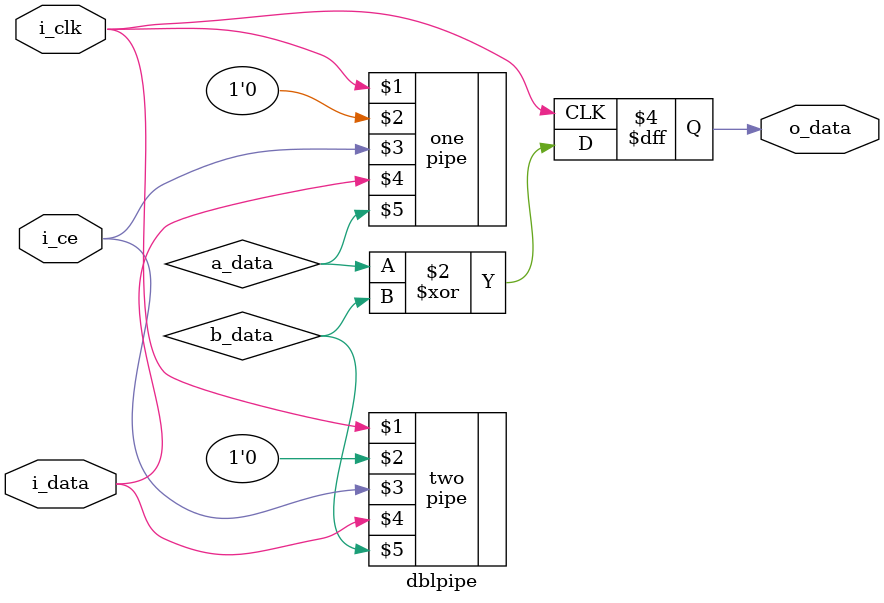
<source format=v>
`default_nettype	none
module dblpipe(i_clk, i_ce, i_data, o_data);
	input	wire	i_clk, i_ce;
	
	input	wire	i_data;
	output	wire	o_data;

	wire	a_data, b_data;

	pipe	one(i_clk, 1'b0, i_ce, i_data, a_data);
	pipe	two(i_clk, 1'b0, i_ce, i_data, b_data);

	initial	o_data = 1'b0;
	always @(posedge i_clk)
		o_data <= a_data ^ b_data;

    `ifdef FORMAL
        // your properties here
    `endif
endmodule

</source>
